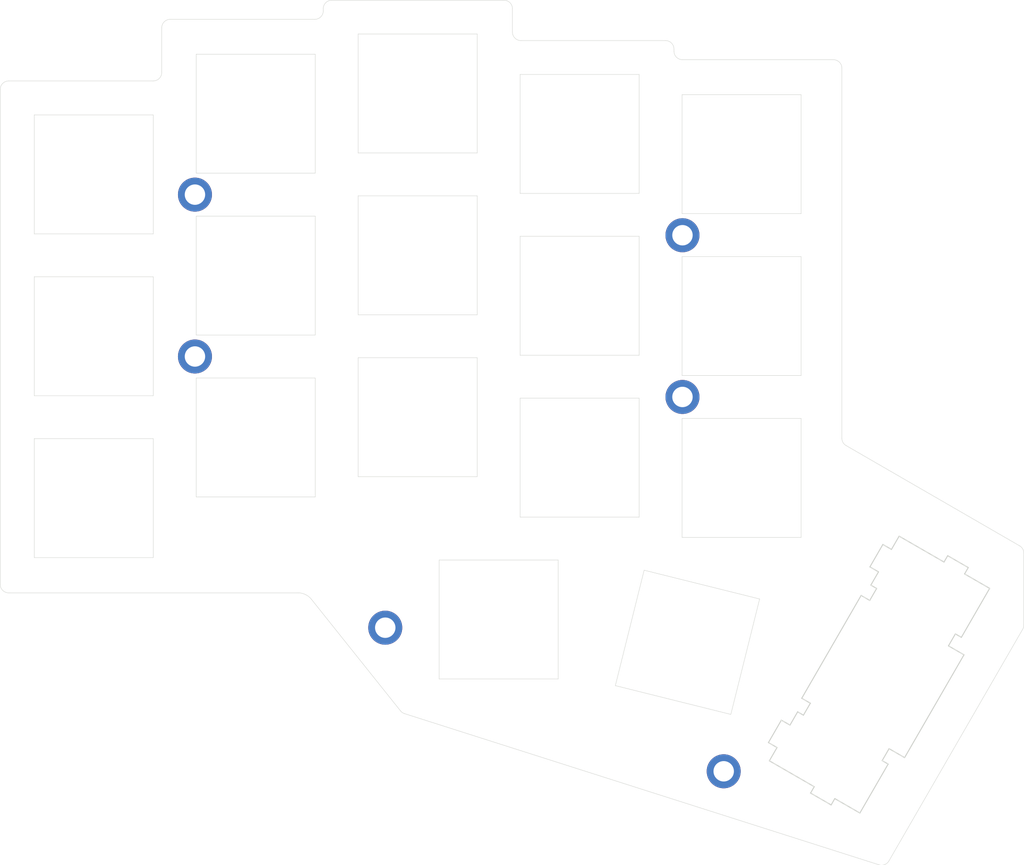
<source format=kicad_pcb>
(kicad_pcb (version 20240108) (generator "pcbnew") (generator_version "8.0")
  (layers (0 "F.Cu" signal) (31 "B.Cu" signal) (34 "B.Paste" user) (35 "F.Paste" user) (36 "B.SilkS" user "B.Silkscreen") (37 "F.SilkS" user "F.Silkscreen") (38 "B.Mask" user) (39 "F.Mask" user) (44 "Edge.Cuts" user))
  (net 0 "")
  (footprint "Miriball36:1u_edge_cut" (layer "F.Cu") (at 114.9912 72.8278)
    (property "Reference" "REF**" (hide yes))
    (property "Value" "1u_edge_cut" (hide yes))
    (fp_line (start -7 -7) (end -7 7) (stroke (width 0.05)) (layer "Edge.Cuts"))
    (fp_line (start -7 7) (end 7 7) (stroke (width 0.05)) (layer "Edge.Cuts"))
    (fp_line (start 7 -7) (end -7 -7) (stroke (width 0.05)) (layer "Edge.Cuts"))
    (fp_line (start 7 7) (end 7 -7) (stroke (width 0.05)) (layer "Edge.Cuts"))
  )
  (footprint "Miriball36:1u_edge_cut" (layer "F.Cu") (at 76.8904 89.4969)
    (property "Reference" "REF**" (hide yes))
    (property "Value" "1u_edge_cut" (hide yes))
    (fp_line (start -7 -7) (end -7 7) (stroke (width 0.05)) (layer "Edge.Cuts"))
    (fp_line (start -7 7) (end 7 7) (stroke (width 0.05)) (layer "Edge.Cuts"))
    (fp_line (start 7 -7) (end -7 -7) (stroke (width 0.05)) (layer "Edge.Cuts"))
    (fp_line (start 7 7) (end 7 -7) (stroke (width 0.05)) (layer "Edge.Cuts"))
  )
  (footprint "" (layer "F.Cu") (at 92.13 111.89)
    (property "Reference" "" (at 0 0 0) (layer "F.SilkS") (effects (font (size 1.27 1.27))))
    (property "Value" "")
    (pad "" thru_hole circle (at 0 0) (size 4 4) (drill 2.4) (layers "*.Cu" "*.Mask"))
  )
  (footprint "Miriball36:HOLE_M2_CASEPCB" (layer "F.Cu") (at 127.09 84.7343)
    (property "Reference" "REF**" (hide yes))
    (property "Value" "HOLE_M2_PCB")
    (pad "" thru_hole circle (at 0 0) (size 4 4) (drill 2.4) (layers "*.Cu" "*.Mask"))
  )
  (footprint "Miriball36:1u_edge_cut" (layer "F.Cu") (at 95.9408 87.1156)
    (property "Reference" "REF**" (hide yes))
    (property "Value" "1u_edge_cut" (hide yes))
    (fp_line (start -7 -7) (end -7 7) (stroke (width 0.05)) (layer "Edge.Cuts"))
    (fp_line (start -7 7) (end 7 7) (stroke (width 0.05)) (layer "Edge.Cuts"))
    (fp_line (start 7 -7) (end -7 -7) (stroke (width 0.05)) (layer "Edge.Cuts"))
    (fp_line (start 7 7) (end 7 -7) (stroke (width 0.05)) (layer "Edge.Cuts"))
  )
  (footprint "Miriball36:HOLE_M2_CASEPCB" (layer "F.Cu") (at 69.7465 79.9717)
    (property "Reference" "REF**" (hide yes))
    (property "Value" "HOLE_M2_PCB")
    (pad "" thru_hole circle (at 0 0) (size 4 4) (drill 2.4) (layers "*.Cu" "*.Mask"))
  )
  (footprint "Miriball36:1u_edge_cut" (layer "F.Cu") (at 127.68 113.61 -14)
    (property "Reference" "REF**" (hide yes))
    (property "Value" "1u_edge_cut" (hide yes))
    (fp_line (start -7 7) (end 7 7) (stroke (width 0.05)) (layer "Edge.Cuts"))
    (fp_line (start -7 -7) (end -7 7) (stroke (width 0.05)) (layer "Edge.Cuts"))
    (fp_line (start 7 7) (end 7 -7) (stroke (width 0.05)) (layer "Edge.Cuts"))
    (fp_line (start 7 -7) (end -7 -7) (stroke (width 0.05)) (layer "Edge.Cuts"))
  )
  (footprint "Miriball36:1u_edge_cut" (layer "F.Cu") (at 57.84 77.5904)
    (property "Reference" "REF**" (hide yes))
    (property "Value" "1u_edge_cut" (hide yes))
    (fp_line (start -7 -7) (end -7 7) (stroke (width 0.05)) (layer "Edge.Cuts"))
    (fp_line (start -7 7) (end 7 7) (stroke (width 0.05)) (layer "Edge.Cuts"))
    (fp_line (start 7 -7) (end -7 -7) (stroke (width 0.05)) (layer "Edge.Cuts"))
    (fp_line (start 7 7) (end 7 -7) (stroke (width 0.05)) (layer "Edge.Cuts"))
  )
  (footprint "" (layer "F.Cu") (at 131.94 128.79)
    (property "Reference" "" (at 0 0 0) (layer "F.SilkS") (effects (font (size 1.27 1.27))))
    (property "Value" "")
    (pad "" thru_hole circle (at 0 0) (size 4 4) (drill 2.4) (layers "*.Cu" "*.Mask"))
  )
  (footprint "Miriball36:1u_edge_cut" (layer "F.Cu") (at 134.0416 56.1587)
    (property "Reference" "REF**" (hide yes))
    (property "Value" "1u_edge_cut" (hide yes))
    (fp_line (start -7 -7) (end -7 7) (stroke (width 0.05)) (layer "Edge.Cuts"))
    (fp_line (start -7 7) (end 7 7) (stroke (width 0.05)) (layer "Edge.Cuts"))
    (fp_line (start 7 -7) (end -7 -7) (stroke (width 0.05)) (layer "Edge.Cuts"))
    (fp_line (start 7 7) (end 7 -7) (stroke (width 0.05)) (layer "Edge.Cuts"))
  )
  (footprint "Miriball36:1u_edge_cut" (layer "F.Cu") (at 114.9912 53.7774)
    (property "Reference" "REF**" (hide yes))
    (property "Value" "1u_edge_cut" (hide yes))
    (fp_line (start -7 -7) (end -7 7) (stroke (width 0.05)) (layer "Edge.Cuts"))
    (fp_line (start -7 7) (end 7 7) (stroke (width 0.05)) (layer "Edge.Cuts"))
    (fp_line (start 7 -7) (end -7 -7) (stroke (width 0.05)) (layer "Edge.Cuts"))
    (fp_line (start 7 7) (end 7 -7) (stroke (width 0.05)) (layer "Edge.Cuts"))
  )
  (footprint "Miriball36:1u_edge_cut" (layer "F.Cu") (at 95.9408 68.0652)
    (property "Reference" "REF**" (hide yes))
    (property "Value" "1u_edge_cut" (hide yes))
    (fp_line (start -7 -7) (end -7 7) (stroke (width 0.05)) (layer "Edge.Cuts"))
    (fp_line (start -7 7) (end 7 7) (stroke (width 0.05)) (layer "Edge.Cuts"))
    (fp_line (start 7 -7) (end -7 -7) (stroke (width 0.05)) (layer "Edge.Cuts"))
    (fp_line (start 7 7) (end 7 -7) (stroke (width 0.05)) (layer "Edge.Cuts"))
  )
  (footprint "BrownSugar_KBD:Stabilizer_MX_Plate_Mount_2U" (layer "F.Cu") (at 150.661029 117.6386 -120)
    (property "Reference" "REF**" (hide yes))
    (property "Value" "Stabilizer 2U")
    (fp_line (start 13.462 7.7724) (end 10.414 7.7724) (stroke (width 0.12)) (layer "Edge.Cuts"))
    (fp_line (start 15.2654 6.604) (end 13.462 6.604) (stroke (width 0.12)) (layer "Edge.Cuts"))
    (fp_line (start 13.462 6.604) (end 13.462 7.7724) (stroke (width 0.12)) (layer "Edge.Cuts"))
    (fp_line (start 10.414 7.7724) (end 10.414001 6.604) (stroke (width 0.12)) (layer "Edge.Cuts"))
    (fp_line (start 10.414001 6.604) (end 8.6106 6.604) (stroke (width 0.12)) (layer "Edge.Cuts"))
    (fp_line (start 8.6106 6.604) (end 8.6106 5.8166) (stroke (width 0.12)) (layer "Edge.Cuts"))
    (fp_line (start 8.6106 5.8166) (end 6.984999 5.8166) (stroke (width 0.12)) (layer "Edge.Cuts"))
    (fp_line (start 6.984999 5.8166) (end 6.984999 6.985) (stroke (width 0.12)) (layer "Edge.Cuts"))
    (fp_line (start 16.129 0.508) (end 15.2654 0.508) (stroke (width 0.12)) (layer "Edge.Cuts"))
    (fp_line (start 15.2654 0.508) (end 15.2654 6.604) (stroke (width 0.12)) (layer "Edge.Cuts"))
    (fp_line (start 16.129 -2.286) (end 16.129 0.508) (stroke (width 0.12)) (layer "Edge.Cuts"))
    (fp_line (start 15.2654 -2.286) (end 16.129 -2.286) (stroke (width 0.12)) (layer "Edge.Cuts"))
    (fp_line (start 15.2654 -5.6896) (end 15.2654 -2.286) (stroke (width 0.12)) (layer "Edge.Cuts"))
    (fp_line (start -6.985 6.984999) (end 6.984999 6.985) (stroke (width 0.12)) (layer "Edge.Cuts"))
    (fp_line (start -6.985 5.816599) (end -6.985 6.984999) (stroke (width 0.12)) (layer "Edge.Cuts"))
    (fp_line (start -10.414 7.7724) (end -10.414 6.604) (stroke (width 0.12)) (layer "Edge.Cuts"))
    (fp_line (start -8.6106 6.604) (end -8.6106 5.8166) (stroke (width 0.12)) (layer "Edge.Cuts"))
    (fp_line (start -8.6106 5.8166) (end -6.985 5.816599) (stroke (width 0.12)) (layer "Edge.Cuts"))
    (fp_line (start -10.414 6.604) (end -8.6106 6.604) (stroke (width 0.12)) (layer "Edge.Cuts"))
    (fp_line (start 8.6106 -4.8768) (end 8.6106 -5.6896) (stroke (width 0.12)) (layer "Edge.Cuts"))
    (fp_line (start -13.462 7.7724) (end -10.414 7.7724) (stroke (width 0.12)) (layer "Edge.Cuts"))
    (fp_line (start 8.6106 -5.6896) (end 15.2654 -5.6896) (stroke (width 0.12)) (layer "Edge.Cuts"))
    (fp_line (start 6.984999 -4.8768) (end 8.6106 -4.8768) (stroke (width 0.12)) (layer "Edge.Cuts"))
    (fp_line (start -13.462 6.604) (end -13.462 7.7724) (stroke (width 0.12)) (layer "Edge.Cuts"))
    (fp_line (start -15.2654 6.604) (end -13.462 6.604) (stroke (width 0.12)) (layer "Edge.Cuts"))
    (fp_line (start 6.985 -6.984999) (end 6.984999 -4.8768) (stroke (width 0.12)) (layer "Edge.Cuts"))
    (fp_line (start -15.2654 0.508) (end -15.2654 6.604) (stroke (width 0.12)) (layer "Edge.Cuts"))
    (fp_line (start -16.129 0.508) (end -15.2654 0.508) (stroke (width 0.12)) (layer "Edge.Cuts"))
    (fp_line (start -6.985 -4.8768) (end -8.6106 -4.8768) (stroke (width 0.12)) (layer "Edge.Cuts"))
    (fp_line (start -8.6106 -4.8768) (end -8.6106 -5.6896) (stroke (width 0.12)) (layer "Edge.Cuts"))
    (fp_line (start -8.6106 -5.6896) (end -15.2654 -5.6896) (stroke (width 0.12)) (layer "Edge.Cuts"))
    (fp_line (start -6.984999 -6.985) (end 6.985 -6.984999) (stroke (width 0.12)) (layer "Edge.Cuts"))
    (fp_line (start -6.984999 -6.985) (end -6.985 -4.8768) (stroke (width 0.12)) (layer "Edge.Cuts"))
    (fp_line (start -15.2654 -2.286) (end -16.129 -2.286) (stroke (width 0.12)) (layer "Edge.Cuts"))
    (fp_line (start -16.129 -2.286) (end -16.129 0.508) (stroke (width 0.12)) (layer "Edge.Cuts"))
    (fp_line (start -15.2654 -5.6896) (end -15.2654 -2.286) (stroke (width 0.12)) (layer "Edge.Cuts"))
  )
  (footprint "Miriball36:1u_edge_cut" (layer "F.Cu") (at 57.84 96.6408)
    (property "Reference" "REF**" (hide yes))
    (property "Value" "1u_edge_cut" (hide yes))
    (fp_line (start -7 -7) (end -7 7) (stroke (width 0.05)) (layer "Edge.Cuts"))
    (fp_line (start -7 7) (end 7 7) (stroke (width 0.05)) (layer "Edge.Cuts"))
    (fp_line (start 7 -7) (end -7 -7) (stroke (width 0.05)) (layer "Edge.Cuts"))
    (fp_line (start 7 7) (end 7 -7) (stroke (width 0.05)) (layer "Edge.Cuts"))
  )
  (footprint "Miriball36:1u_edge_cut" (layer "F.Cu") (at 57.84 58.54)
    (property "Reference" "REF**" (hide yes))
    (property "Value" "1u_edge_cut" (hide yes))
    (fp_line (start -7 -7) (end -7 7) (stroke (width 0.05)) (layer "Edge.Cuts"))
    (fp_line (start -7 7) (end 7 7) (stroke (width 0.05)) (layer "Edge.Cuts"))
    (fp_line (start 7 -7) (end -7 -7) (stroke (width 0.05)) (layer "Edge.Cuts"))
    (fp_line (start 7 7) (end 7 -7) (stroke (width 0.05)) (layer "Edge.Cuts"))
  )
  (footprint "Miriball36:1u_edge_cut" (layer "F.Cu") (at 134.0416 94.2595)
    (property "Reference" "REF**" (hide yes))
    (property "Value" "1u_edge_cut" (hide yes))
    (fp_line (start -7 -7) (end -7 7) (stroke (width 0.05)) (layer "Edge.Cuts"))
    (fp_line (start -7 7) (end 7 7) (stroke (width 0.05)) (layer "Edge.Cuts"))
    (fp_line (start 7 -7) (end -7 -7) (stroke (width 0.05)) (layer "Edge.Cuts"))
    (fp_line (start 7 7) (end 7 -7) (stroke (width 0.05)) (layer "Edge.Cuts"))
  )
  (footprint "Miriball36:1u_edge_cut" (layer "F.Cu") (at 114.9912 91.8782)
    (property "Reference" "REF**" (hide yes))
    (property "Value" "1u_edge_cut" (hide yes))
    (fp_line (start -7 -7) (end -7 7) (stroke (width 0.05)) (layer "Edge.Cuts"))
    (fp_line (start -7 7) (end 7 7) (stroke (width 0.05)) (layer "Edge.Cuts"))
    (fp_line (start 7 -7) (end -7 -7) (stroke (width 0.05)) (layer "Edge.Cuts"))
    (fp_line (start 7 7) (end 7 -7) (stroke (width 0.05)) (layer "Edge.Cuts"))
  )
  (footprint "Miriball36:1u_edge_cut" (layer "F.Cu") (at 105.466 110.9286)
    (property "Reference" "REF**" (hide yes))
    (property "Value" "1u_edge_cut" (hide yes))
    (fp_line (start -7 -7) (end -7 7) (stroke (width 0.05)) (layer "Edge.Cuts"))
    (fp_line (start -7 7) (end 7 7) (stroke (width 0.05)) (layer "Edge.Cuts"))
    (fp_line (start 7 -7) (end -7 -7) (stroke (width 0.05)) (layer "Edge.Cuts"))
    (fp_line (start 7 7) (end 7 -7) (stroke (width 0.05)) (layer "Edge.Cuts"))
  )
  (footprint "Miriball36:1u_edge_cut" (layer "F.Cu") (at 134.0416 75.2091)
    (property "Reference" "REF**" (hide yes))
    (property "Value" "1u_edge_cut" (hide yes))
    (fp_line (start -7 -7) (end -7 7) (stroke (width 0.05)) (layer "Edge.Cuts"))
    (fp_line (start -7 7) (end 7 7) (stroke (width 0.05)) (layer "Edge.Cuts"))
    (fp_line (start 7 -7) (end -7 -7) (stroke (width 0.05)) (layer "Edge.Cuts"))
    (fp_line (start 7 7) (end 7 -7) (stroke (width 0.05)) (layer "Edge.Cuts"))
  )
  (footprint "Miriball36:1u_edge_cut" (layer "F.Cu") (at 76.8904 51.3961)
    (property "Reference" "REF**" (hide yes))
    (property "Value" "1u_edge_cut" (hide yes))
    (fp_line (start -7 -7) (end -7 7) (stroke (width 0.05)) (layer "Edge.Cuts"))
    (fp_line (start -7 7) (end 7 7) (stroke (width 0.05)) (layer "Edge.Cuts"))
    (fp_line (start 7 -7) (end -7 -7) (stroke (width 0.05)) (layer "Edge.Cuts"))
    (fp_line (start 7 7) (end 7 -7) (stroke (width 0.05)) (layer "Edge.Cuts"))
  )
  (footprint "Miriball36:HOLE_M2_CASEPCB" (layer "F.Cu") (at 127.09 65.7)
    (property "Reference" "REF**" (hide yes))
    (property "Value" "HOLE_M2_PCB")
    (pad "" thru_hole circle (at 0 0) (size 4 4) (drill 2.4) (layers "*.Cu" "*.Mask"))
  )
  (footprint "Miriball36:1u_edge_cut" (layer "F.Cu") (at 95.9408 49.0148)
    (property "Reference" "REF**" (hide yes))
    (property "Value" "1u_edge_cut" (hide yes))
    (fp_line (start -7 -7) (end -7 7) (stroke (width 0.05)) (layer "Edge.Cuts"))
    (fp_line (start -7 7) (end 7 7) (stroke (width 0.05)) (layer "Edge.Cuts"))
    (fp_line (start 7 -7) (end -7 -7) (stroke (width 0.05)) (layer "Edge.Cuts"))
    (fp_line (start 7 7) (end 7 -7) (stroke (width 0.05)) (layer "Edge.Cuts"))
  )
  (footprint "Miriball36:HOLE_M2_CASEPCB" (layer "F.Cu") (at 69.7465 60.9213)
    (property "Reference" "REF**" (hide yes))
    (property "Value" "HOLE_M2_PCB")
    (pad "" thru_hole circle (at 0 0) (size 4 4) (drill 2.4) (layers "*.Cu" "*.Mask"))
  )
  (footprint "Miriball36:1u_edge_cut" (layer "F.Cu") (at 76.8904 70.4465)
    (property "Reference" "REF**" (hide yes))
    (property "Value" "1u_edge_cut" (hide yes))
    (fp_line (start -7 -7) (end -7 7) (stroke (width 0.05)) (layer "Edge.Cuts"))
    (fp_line (start -7 7) (end 7 7) (stroke (width 0.05)) (layer "Edge.Cuts"))
    (fp_line (start 7 -7) (end -7 -7) (stroke (width 0.05)) (layer "Edge.Cuts"))
    (fp_line (start 7 7) (end 7 -7) (stroke (width 0.05)) (layer "Edge.Cuts"))
  )
  (gr_arc (start 106.09 38.04) (mid 106.797107 38.332893) (end 107.09 39.04) (stroke (width 0.05)) (layer "Edge.Cuts"))
  (gr_line (start 151.372522 139.342328) (end 167.106175 112.071952) (stroke (width 0.05)) (layer "Edge.Cuts"))
  (gr_line (start 125.09 42.79) (end 108.09 42.79) (stroke (width 0.05)) (layer "Edge.Cuts"))
  (gr_line (start 106.09 38.04) (end 85.84 38.04) (stroke (width 0.05)) (layer "Edge.Cuts"))
  (gr_arc (start 108.09 42.79) (mid 107.382893 42.497107) (end 107.09 41.79) (stroke (width 0.05)) (layer "Edge.Cuts"))
  (gr_line (start 83.440507 108.542346) (end 93.923574 121.676077) (stroke (width 0.05)) (layer "Edge.Cuts"))
  (gr_line (start 46.84 48.54) (end 46.84 106.79) (stroke (width 0.05)) (layer "Edge.Cuts"))
  (gr_line (start 167.24 111.572212) (end 167.24 103.116963) (stroke (width 0.05)) (layer "Edge.Cuts"))
  (gr_arc (start 166.740503 102.251228) (mid 167.106185 102.617211) (end 167.24 103.116963) (stroke (width 0.05)) (layer "Edge.Cuts"))
  (gr_line (start 166.740503 102.251228) (end 146.339497 90.456897) (stroke (width 0.05)) (layer "Edge.Cuts"))
  (gr_line (start 126.09 43.79) (end 126.09 44.04) (stroke (width 0.05)) (layer "Edge.Cuts"))
  (gr_arc (start 65.84 46.54) (mid 65.547107 47.247107) (end 64.84 47.54) (stroke (width 0.05)) (layer "Edge.Cuts"))
  (gr_line (start 84.84 39.04) (end 84.84 39.29) (stroke (width 0.05)) (layer "Edge.Cuts"))
  (gr_line (start 64.84 47.54) (end 47.84 47.54) (stroke (width 0.05)) (layer "Edge.Cuts"))
  (gr_arc (start 65.84 41.29) (mid 66.132893 40.582893) (end 66.84 40.29) (stroke (width 0.05)) (layer "Edge.Cuts"))
  (gr_arc (start 81.877382 107.79) (mid 82.744766 107.987869) (end 83.440507 108.542346) (stroke (width 0.05)) (layer "Edge.Cuts"))
  (gr_line (start 47.84 107.79) (end 81.877382 107.79) (stroke (width 0.05)) (layer "Edge.Cuts"))
  (gr_arc (start 151.372522 139.342328) (mid 150.867436 139.77515) (end 150.202595 139.795339) (stroke (width 0.05)) (layer "Edge.Cuts"))
  (gr_line (start 144.84 45.04) (end 127.09 45.04) (stroke (width 0.05)) (layer "Edge.Cuts"))
  (gr_arc (start 84.84 39.04) (mid 85.132893 38.332893) (end 85.84 38.04) (stroke (width 0.05)) (layer "Edge.Cuts"))
  (gr_line (start 145.84 46.04) (end 145.84 89.591162) (stroke (width 0.05)) (layer "Edge.Cuts"))
  (gr_line (start 107.09 41.79) (end 107.09 39.04) (stroke (width 0.05)) (layer "Edge.Cuts"))
  (gr_arc (start 94.401384 122.005001) (mid 94.138105 121.875946) (end 93.923574 121.676077) (stroke (width 0.05)) (layer "Edge.Cuts"))
  (gr_arc (start 125.09 42.79) (mid 125.797107 43.082893) (end 126.09 43.79) (stroke (width 0.05)) (layer "Edge.Cuts"))
  (gr_arc (start 127.09 45.04) (mid 126.382893 44.747107) (end 126.09 44.04) (stroke (width 0.05)) (layer "Edge.Cuts"))
  (gr_arc (start 47.84 107.79) (mid 47.132893 107.497107) (end 46.84 106.79) (stroke (width 0.05)) (layer "Edge.Cuts"))
  (gr_line (start 94.401384 122.005001) (end 150.202595 139.795339) (stroke (width 0.05)) (layer "Edge.Cuts"))
  (gr_line (start 65.84 41.29) (end 65.84 46.54) (stroke (width 0.05)) (layer "Edge.Cuts"))
  (gr_arc (start 46.84 48.54) (mid 47.132893 47.832893) (end 47.84 47.54) (stroke (width 0.05)) (layer "Edge.Cuts"))
  (gr_arc (start 146.339497 90.456897) (mid 145.973829 90.090911) (end 145.84 89.591162) (stroke (width 0.05)) (layer "Edge.Cuts"))
  (gr_arc (start 144.84 45.04) (mid 145.547107 45.332893) (end 145.84 46.04) (stroke (width 0.05)) (layer "Edge.Cuts"))
  (gr_arc (start 167.24 111.572212) (mid 167.205965 111.830886) (end 167.106175 112.071952) (stroke (width 0.05)) (layer "Edge.Cuts"))
  (gr_arc (start 84.84 39.29) (mid 84.547107 39.997107) (end 83.84 40.29) (stroke (width 0.05)) (layer "Edge.Cuts"))
  (gr_line (start 83.84 40.29) (end 66.84 40.29) (stroke (width 0.05)) (layer "Edge.Cuts"))
)
</source>
